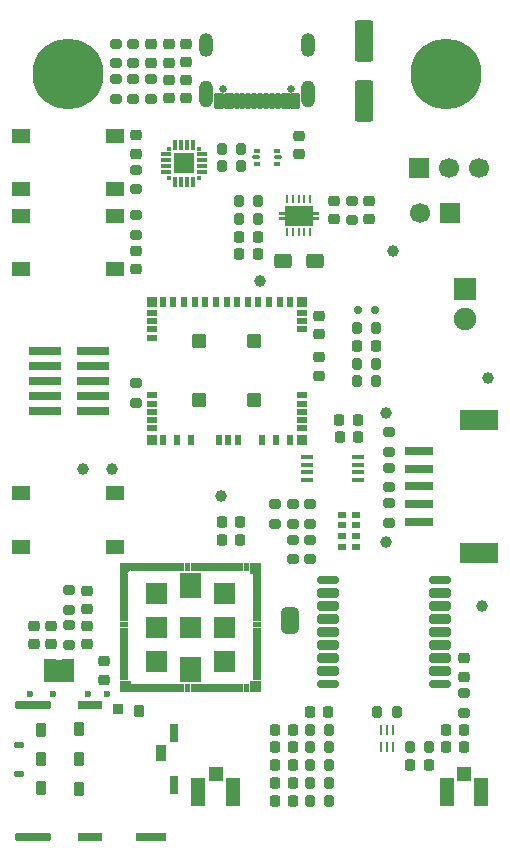
<source format=gts>
G04 #@! TF.GenerationSoftware,KiCad,Pcbnew,9.0.7*
G04 #@! TF.CreationDate,2026-02-19T12:47:42+01:00*
G04 #@! TF.ProjectId,FishIoT,46697368-496f-4542-9e6b-696361645f70,version 26.0*
G04 #@! TF.SameCoordinates,Original*
G04 #@! TF.FileFunction,Soldermask,Top*
G04 #@! TF.FilePolarity,Negative*
%FSLAX46Y46*%
G04 Gerber Fmt 4.6, Leading zero omitted, Abs format (unit mm)*
G04 Created by KiCad (PCBNEW 9.0.7) date 2026-02-19 12:47:42*
%MOMM*%
%LPD*%
G01*
G04 APERTURE LIST*
G04 Aperture macros list*
%AMRoundRect*
0 Rectangle with rounded corners*
0 $1 Rounding radius*
0 $2 $3 $4 $5 $6 $7 $8 $9 X,Y pos of 4 corners*
0 Add a 4 corners polygon primitive as box body*
4,1,4,$2,$3,$4,$5,$6,$7,$8,$9,$2,$3,0*
0 Add four circle primitives for the rounded corners*
1,1,$1+$1,$2,$3*
1,1,$1+$1,$4,$5*
1,1,$1+$1,$6,$7*
1,1,$1+$1,$8,$9*
0 Add four rect primitives between the rounded corners*
20,1,$1+$1,$2,$3,$4,$5,0*
20,1,$1+$1,$4,$5,$6,$7,0*
20,1,$1+$1,$6,$7,$8,$9,0*
20,1,$1+$1,$8,$9,$2,$3,0*%
%AMFreePoly0*
4,1,21,-0.125000,1.200000,0.125000,1.200000,0.125000,1.700000,0.375000,1.700000,0.375000,1.200000,0.825000,1.200000,0.825000,-1.200000,0.375000,-1.200000,0.375000,-1.700000,0.125000,-1.700000,0.125000,-1.200000,-0.125000,-1.200000,-0.125000,-1.700000,-0.375000,-1.700000,-0.375000,-1.200000,-0.825000,-1.200000,-0.825000,1.200000,-0.375000,1.200000,-0.375000,1.700000,-0.125000,1.700000,
-0.125000,1.200000,-0.125000,1.200000,$1*%
%AMFreePoly1*
4,1,23,0.500000,-0.750000,0.000000,-0.750000,0.000000,-0.745722,-0.065263,-0.745722,-0.191342,-0.711940,-0.304381,-0.646677,-0.396677,-0.554381,-0.461940,-0.441342,-0.495722,-0.315263,-0.495722,-0.250000,-0.500000,-0.250000,-0.500000,0.250000,-0.495722,0.250000,-0.495722,0.315263,-0.461940,0.441342,-0.396677,0.554381,-0.304381,0.646677,-0.191342,0.711940,-0.065263,0.745722,0.000000,0.745722,
0.000000,0.750000,0.500000,0.750000,0.500000,-0.750000,0.500000,-0.750000,$1*%
%AMFreePoly2*
4,1,23,0.000000,0.745722,0.065263,0.745722,0.191342,0.711940,0.304381,0.646677,0.396677,0.554381,0.461940,0.441342,0.495722,0.315263,0.495722,0.250000,0.500000,0.250000,0.500000,-0.250000,0.495722,-0.250000,0.495722,-0.315263,0.461940,-0.441342,0.396677,-0.554381,0.304381,-0.646677,0.191342,-0.711940,0.065263,-0.745722,0.000000,-0.745722,0.000000,-0.750000,-0.500000,-0.750000,
-0.500000,0.750000,0.000000,0.750000,0.000000,0.745722,0.000000,0.745722,$1*%
G04 Aperture macros list end*
%ADD10C,0.010000*%
%ADD11RoundRect,0.250000X0.550000X-1.500000X0.550000X1.500000X-0.550000X1.500000X-0.550000X-1.500000X0*%
%ADD12RoundRect,0.225000X-0.225000X-0.250000X0.225000X-0.250000X0.225000X0.250000X-0.225000X0.250000X0*%
%ADD13R,1.550000X1.300000*%
%ADD14RoundRect,0.218750X-0.218750X-0.256250X0.218750X-0.256250X0.218750X0.256250X-0.218750X0.256250X0*%
%ADD15RoundRect,0.225000X0.225000X0.250000X-0.225000X0.250000X-0.225000X-0.250000X0.225000X-0.250000X0*%
%ADD16R,0.254000X0.812800*%
%ADD17RoundRect,0.218750X0.218750X0.256250X-0.218750X0.256250X-0.218750X-0.256250X0.218750X-0.256250X0*%
%ADD18RoundRect,0.200000X0.275000X-0.200000X0.275000X0.200000X-0.275000X0.200000X-0.275000X-0.200000X0*%
%ADD19RoundRect,0.225000X0.250000X-0.225000X0.250000X0.225000X-0.250000X0.225000X-0.250000X-0.225000X0*%
%ADD20C,1.000000*%
%ADD21RoundRect,0.200000X-0.200000X-0.275000X0.200000X-0.275000X0.200000X0.275000X-0.200000X0.275000X0*%
%ADD22RoundRect,0.200000X-0.275000X0.200000X-0.275000X-0.200000X0.275000X-0.200000X0.275000X0.200000X0*%
%ADD23R,1.700000X1.700000*%
%ADD24C,1.700000*%
%ADD25RoundRect,0.225000X-0.250000X0.225000X-0.250000X-0.225000X0.250000X-0.225000X0.250000X0.225000X0*%
%ADD26R,0.300000X0.300000*%
%ADD27R,0.900000X0.300000*%
%ADD28R,0.300000X0.900000*%
%ADD29R,1.800000X1.800000*%
%ADD30RoundRect,0.150000X-0.150000X-0.200000X0.150000X-0.200000X0.150000X0.200000X-0.150000X0.200000X0*%
%ADD31RoundRect,0.200000X0.200000X0.275000X-0.200000X0.275000X-0.200000X-0.275000X0.200000X-0.275000X0*%
%ADD32RoundRect,0.250000X-0.500000X-0.350000X0.500000X-0.350000X0.500000X0.350000X-0.500000X0.350000X0*%
%ADD33RoundRect,0.102000X-0.350000X0.450000X-0.350000X-0.450000X0.350000X-0.450000X0.350000X0.450000X0*%
%ADD34RoundRect,0.102000X-0.350000X0.350000X-0.350000X-0.350000X0.350000X-0.350000X0.350000X0.350000X0*%
%ADD35RoundRect,0.102000X-0.325000X0.600000X-0.325000X-0.600000X0.325000X-0.600000X0.325000X0.600000X0*%
%ADD36RoundRect,0.102000X-1.450000X0.225000X-1.450000X-0.225000X1.450000X-0.225000X1.450000X0.225000X0*%
%ADD37RoundRect,0.102000X-0.950000X0.225000X-0.950000X-0.225000X0.950000X-0.225000X0.950000X0.225000X0*%
%ADD38RoundRect,0.102000X-0.350000X0.375000X-0.350000X-0.375000X0.350000X-0.375000X0.350000X0.375000X0*%
%ADD39RoundRect,0.102000X-0.250000X0.700000X-0.250000X-0.700000X0.250000X-0.700000X0.250000X0.700000X0*%
%ADD40RoundRect,0.102000X-1.200000X0.225000X-1.200000X-0.225000X1.200000X-0.225000X1.200000X0.225000X0*%
%ADD41RoundRect,0.102000X-0.300000X0.150000X-0.300000X-0.150000X0.300000X-0.150000X0.300000X0.150000X0*%
%ADD42RoundRect,0.093750X0.156250X0.093750X-0.156250X0.093750X-0.156250X-0.093750X0.156250X-0.093750X0*%
%ADD43RoundRect,0.075000X0.250000X0.075000X-0.250000X0.075000X-0.250000X-0.075000X0.250000X-0.075000X0*%
%ADD44R,2.795000X0.740000*%
%ADD45RoundRect,0.218750X0.256250X-0.218750X0.256250X0.218750X-0.256250X0.218750X-0.256250X-0.218750X0*%
%ADD46RoundRect,0.102000X0.500000X0.525000X-0.500000X0.525000X-0.500000X-0.525000X0.500000X-0.525000X0*%
%ADD47RoundRect,0.102000X0.525000X1.100000X-0.525000X1.100000X-0.525000X-1.100000X0.525000X-1.100000X0*%
%ADD48R,0.800000X0.500000*%
%ADD49RoundRect,0.050800X0.200000X-0.400000X0.200000X0.400000X-0.200000X0.400000X-0.200000X-0.400000X0*%
%ADD50RoundRect,0.050800X0.400000X0.200000X-0.400000X0.200000X-0.400000X-0.200000X0.400000X-0.200000X0*%
%ADD51RoundRect,0.050800X-0.200000X0.400000X-0.200000X-0.400000X0.200000X-0.400000X0.200000X0.400000X0*%
%ADD52RoundRect,0.050800X-0.400000X-0.200000X0.400000X-0.200000X0.400000X0.200000X-0.400000X0.200000X0*%
%ADD53RoundRect,0.050800X0.400000X-0.400000X0.400000X0.400000X-0.400000X0.400000X-0.400000X-0.400000X0*%
%ADD54RoundRect,0.050800X0.400000X0.400000X-0.400000X0.400000X-0.400000X-0.400000X0.400000X-0.400000X0*%
%ADD55RoundRect,0.050800X0.500000X0.500000X-0.500000X0.500000X-0.500000X-0.500000X0.500000X-0.500000X0*%
%ADD56RoundRect,0.050800X-0.500000X-0.500000X0.500000X-0.500000X0.500000X0.500000X-0.500000X0.500000X0*%
%ADD57RoundRect,0.060000X0.060000X-0.240000X0.060000X0.240000X-0.060000X0.240000X-0.060000X-0.240000X0*%
%ADD58FreePoly0,90.000000*%
%ADD59RoundRect,0.218750X-0.256250X0.218750X-0.256250X-0.218750X0.256250X-0.218750X0.256250X0.218750X0*%
%ADD60RoundRect,0.175000X-0.725000X-0.175000X0.725000X-0.175000X0.725000X0.175000X-0.725000X0.175000X0*%
%ADD61RoundRect,0.200000X-0.700000X-0.200000X0.700000X-0.200000X0.700000X0.200000X-0.700000X0.200000X0*%
%ADD62C,0.800000*%
%ADD63C,6.000000*%
%ADD64FreePoly1,270.000000*%
%ADD65FreePoly2,270.000000*%
%ADD66C,0.650000*%
%ADD67RoundRect,0.102000X0.300000X0.575000X-0.300000X0.575000X-0.300000X-0.575000X0.300000X-0.575000X0*%
%ADD68RoundRect,0.102000X0.150000X0.575000X-0.150000X0.575000X-0.150000X-0.575000X0.150000X-0.575000X0*%
%ADD69O,1.204000X2.304000*%
%ADD70O,1.204000X2.004000*%
%ADD71RoundRect,0.076200X0.877500X-0.877500X0.877500X0.877500X-0.877500X0.877500X-0.877500X-0.877500X0*%
%ADD72C,1.907400*%
%ADD73RoundRect,0.014220X-0.472780X-0.222780X0.472780X-0.222780X0.472780X0.222780X-0.472780X0.222780X0*%
%ADD74RoundRect,0.102000X-0.200000X-0.850000X0.200000X-0.850000X0.200000X0.850000X-0.200000X0.850000X0*%
%ADD75R,2.400000X0.800000*%
%ADD76R,3.300000X1.800000*%
%ADD77R,1.100000X0.400000*%
%ADD78C,0.600000*%
G04 APERTURE END LIST*
G36*
X117000000Y-80100000D02*
G01*
X115500000Y-80100000D01*
X115500000Y-80400000D01*
X117000000Y-80400000D01*
X117000000Y-80100000D01*
G37*
D10*
X102450000Y-76750000D02*
X101900000Y-76750000D01*
X101900000Y-76350000D01*
X102450000Y-76350000D01*
X102450000Y-76750000D01*
G36*
X102450000Y-76750000D02*
G01*
X101900000Y-76750000D01*
X101900000Y-76350000D01*
X102450000Y-76350000D01*
X102450000Y-76750000D01*
G37*
X102450000Y-77250000D02*
X101900000Y-77250000D01*
X101900000Y-76850000D01*
X102450000Y-76850000D01*
X102450000Y-77250000D01*
G36*
X102450000Y-77250000D02*
G01*
X101900000Y-77250000D01*
X101900000Y-76850000D01*
X102450000Y-76850000D01*
X102450000Y-77250000D01*
G37*
X102450000Y-77750000D02*
X101900000Y-77750000D01*
X101900000Y-77350000D01*
X102450000Y-77350000D01*
X102450000Y-77750000D01*
G36*
X102450000Y-77750000D02*
G01*
X101900000Y-77750000D01*
X101900000Y-77350000D01*
X102450000Y-77350000D01*
X102450000Y-77750000D01*
G37*
X102450000Y-78250000D02*
X101900000Y-78250000D01*
X101900000Y-77850000D01*
X102450000Y-77850000D01*
X102450000Y-78250000D01*
G36*
X102450000Y-78250000D02*
G01*
X101900000Y-78250000D01*
X101900000Y-77850000D01*
X102450000Y-77850000D01*
X102450000Y-78250000D01*
G37*
X102450000Y-78750000D02*
X101900000Y-78750000D01*
X101900000Y-78350000D01*
X102450000Y-78350000D01*
X102450000Y-78750000D01*
G36*
X102450000Y-78750000D02*
G01*
X101900000Y-78750000D01*
X101900000Y-78350000D01*
X102450000Y-78350000D01*
X102450000Y-78750000D01*
G37*
X102450000Y-79250000D02*
X101900000Y-79250000D01*
X101900000Y-78850000D01*
X102450000Y-78850000D01*
X102450000Y-79250000D01*
G36*
X102450000Y-79250000D02*
G01*
X101900000Y-79250000D01*
X101900000Y-78850000D01*
X102450000Y-78850000D01*
X102450000Y-79250000D01*
G37*
X102450000Y-79750000D02*
X101900000Y-79750000D01*
X101900000Y-79350000D01*
X102450000Y-79350000D01*
X102450000Y-79750000D01*
G36*
X102450000Y-79750000D02*
G01*
X101900000Y-79750000D01*
X101900000Y-79350000D01*
X102450000Y-79350000D01*
X102450000Y-79750000D01*
G37*
X102450000Y-80250000D02*
X101900000Y-80250000D01*
X101900000Y-79850000D01*
X102450000Y-79850000D01*
X102450000Y-80250000D01*
G36*
X102450000Y-80250000D02*
G01*
X101900000Y-80250000D01*
X101900000Y-79850000D01*
X102450000Y-79850000D01*
X102450000Y-80250000D01*
G37*
X102450000Y-80750000D02*
X101900000Y-80750000D01*
X101900000Y-80350000D01*
X102450000Y-80350000D01*
X102450000Y-80750000D01*
G36*
X102450000Y-80750000D02*
G01*
X101900000Y-80750000D01*
X101900000Y-80350000D01*
X102450000Y-80350000D01*
X102450000Y-80750000D01*
G37*
X102450000Y-81250000D02*
X101900000Y-81250000D01*
X101900000Y-80850000D01*
X102450000Y-80850000D01*
X102450000Y-81250000D01*
G36*
X102450000Y-81250000D02*
G01*
X101900000Y-81250000D01*
X101900000Y-80850000D01*
X102450000Y-80850000D01*
X102450000Y-81250000D01*
G37*
X102450000Y-81750000D02*
X101900000Y-81750000D01*
X101900000Y-81350000D01*
X102450000Y-81350000D01*
X102450000Y-81750000D01*
G36*
X102450000Y-81750000D02*
G01*
X101900000Y-81750000D01*
X101900000Y-81350000D01*
X102450000Y-81350000D01*
X102450000Y-81750000D01*
G37*
X102450000Y-82250000D02*
X101900000Y-82250000D01*
X101900000Y-81850000D01*
X102450000Y-81850000D01*
X102450000Y-82250000D01*
G36*
X102450000Y-82250000D02*
G01*
X101900000Y-82250000D01*
X101900000Y-81850000D01*
X102450000Y-81850000D01*
X102450000Y-82250000D01*
G37*
X102450000Y-82750000D02*
X101900000Y-82750000D01*
X101900000Y-82350000D01*
X102450000Y-82350000D01*
X102450000Y-82750000D01*
G36*
X102450000Y-82750000D02*
G01*
X101900000Y-82750000D01*
X101900000Y-82350000D01*
X102450000Y-82350000D01*
X102450000Y-82750000D01*
G37*
X102450000Y-83250000D02*
X101900000Y-83250000D01*
X101900000Y-82850000D01*
X102450000Y-82850000D01*
X102450000Y-83250000D01*
G36*
X102450000Y-83250000D02*
G01*
X101900000Y-83250000D01*
X101900000Y-82850000D01*
X102450000Y-82850000D01*
X102450000Y-83250000D01*
G37*
X102450000Y-83750000D02*
X101900000Y-83750000D01*
X101900000Y-83350000D01*
X102450000Y-83350000D01*
X102450000Y-83750000D01*
G36*
X102450000Y-83750000D02*
G01*
X101900000Y-83750000D01*
X101900000Y-83350000D01*
X102450000Y-83350000D01*
X102450000Y-83750000D01*
G37*
X102450000Y-84250000D02*
X101900000Y-84250000D01*
X101900000Y-83850000D01*
X102450000Y-83850000D01*
X102450000Y-84250000D01*
G36*
X102450000Y-84250000D02*
G01*
X101900000Y-84250000D01*
X101900000Y-83850000D01*
X102450000Y-83850000D01*
X102450000Y-84250000D01*
G37*
X102450000Y-84750000D02*
X101900000Y-84750000D01*
X101900000Y-84350000D01*
X102450000Y-84350000D01*
X102450000Y-84750000D01*
G36*
X102450000Y-84750000D02*
G01*
X101900000Y-84750000D01*
X101900000Y-84350000D01*
X102450000Y-84350000D01*
X102450000Y-84750000D01*
G37*
X102450000Y-85250000D02*
X101900000Y-85250000D01*
X101900000Y-84850000D01*
X102450000Y-84850000D01*
X102450000Y-85250000D01*
G36*
X102450000Y-85250000D02*
G01*
X101900000Y-85250000D01*
X101900000Y-84850000D01*
X102450000Y-84850000D01*
X102450000Y-85250000D01*
G37*
X102700000Y-86200000D02*
X101900000Y-86200000D01*
X101900000Y-85400000D01*
X102700000Y-85400000D01*
X102700000Y-86200000D01*
G36*
X102700000Y-86200000D02*
G01*
X101900000Y-86200000D01*
X101900000Y-85400000D01*
X102700000Y-85400000D01*
X102700000Y-86200000D01*
G37*
X103250000Y-75950000D02*
X102850000Y-75950000D01*
X102850000Y-75400000D01*
X103250000Y-75400000D01*
X103250000Y-75950000D01*
G36*
X103250000Y-75950000D02*
G01*
X102850000Y-75950000D01*
X102850000Y-75400000D01*
X103250000Y-75400000D01*
X103250000Y-75950000D01*
G37*
X103250000Y-86200000D02*
X102850000Y-86200000D01*
X102850000Y-85650000D01*
X103250000Y-85650000D01*
X103250000Y-86200000D01*
G36*
X103250000Y-86200000D02*
G01*
X102850000Y-86200000D01*
X102850000Y-85650000D01*
X103250000Y-85650000D01*
X103250000Y-86200000D01*
G37*
X103750000Y-75950000D02*
X103350000Y-75950000D01*
X103350000Y-75400000D01*
X103750000Y-75400000D01*
X103750000Y-75950000D01*
G36*
X103750000Y-75950000D02*
G01*
X103350000Y-75950000D01*
X103350000Y-75400000D01*
X103750000Y-75400000D01*
X103750000Y-75950000D01*
G37*
X103750000Y-86200000D02*
X103350000Y-86200000D01*
X103350000Y-85650000D01*
X103750000Y-85650000D01*
X103750000Y-86200000D01*
G36*
X103750000Y-86200000D02*
G01*
X103350000Y-86200000D01*
X103350000Y-85650000D01*
X103750000Y-85650000D01*
X103750000Y-86200000D01*
G37*
X104250000Y-75950000D02*
X103850000Y-75950000D01*
X103850000Y-75400000D01*
X104250000Y-75400000D01*
X104250000Y-75950000D01*
G36*
X104250000Y-75950000D02*
G01*
X103850000Y-75950000D01*
X103850000Y-75400000D01*
X104250000Y-75400000D01*
X104250000Y-75950000D01*
G37*
X104250000Y-86200000D02*
X103850000Y-86200000D01*
X103850000Y-85650000D01*
X104250000Y-85650000D01*
X104250000Y-86200000D01*
G36*
X104250000Y-86200000D02*
G01*
X103850000Y-86200000D01*
X103850000Y-85650000D01*
X104250000Y-85650000D01*
X104250000Y-86200000D01*
G37*
X105800000Y-78800000D02*
X104100000Y-78800000D01*
X104100000Y-77100000D01*
X105800000Y-77100000D01*
X105800000Y-78800000D01*
G36*
X105800000Y-78800000D02*
G01*
X104100000Y-78800000D01*
X104100000Y-77100000D01*
X105800000Y-77100000D01*
X105800000Y-78800000D01*
G37*
X105800000Y-81650000D02*
X104100000Y-81650000D01*
X104100000Y-79950000D01*
X105800000Y-79950000D01*
X105800000Y-81650000D01*
G36*
X105800000Y-81650000D02*
G01*
X104100000Y-81650000D01*
X104100000Y-79950000D01*
X105800000Y-79950000D01*
X105800000Y-81650000D01*
G37*
X105800000Y-84500000D02*
X104100000Y-84500000D01*
X104100000Y-82800000D01*
X105800000Y-82800000D01*
X105800000Y-84500000D01*
G36*
X105800000Y-84500000D02*
G01*
X104100000Y-84500000D01*
X104100000Y-82800000D01*
X105800000Y-82800000D01*
X105800000Y-84500000D01*
G37*
X104750000Y-75950000D02*
X104350000Y-75950000D01*
X104350000Y-75400000D01*
X104750000Y-75400000D01*
X104750000Y-75950000D01*
G36*
X104750000Y-75950000D02*
G01*
X104350000Y-75950000D01*
X104350000Y-75400000D01*
X104750000Y-75400000D01*
X104750000Y-75950000D01*
G37*
X104750000Y-86200000D02*
X104350000Y-86200000D01*
X104350000Y-85650000D01*
X104750000Y-85650000D01*
X104750000Y-86200000D01*
G36*
X104750000Y-86200000D02*
G01*
X104350000Y-86200000D01*
X104350000Y-85650000D01*
X104750000Y-85650000D01*
X104750000Y-86200000D01*
G37*
X105250000Y-75950000D02*
X104850000Y-75950000D01*
X104850000Y-75400000D01*
X105250000Y-75400000D01*
X105250000Y-75950000D01*
G36*
X105250000Y-75950000D02*
G01*
X104850000Y-75950000D01*
X104850000Y-75400000D01*
X105250000Y-75400000D01*
X105250000Y-75950000D01*
G37*
X105250000Y-86200000D02*
X104850000Y-86200000D01*
X104850000Y-85650000D01*
X105250000Y-85650000D01*
X105250000Y-86200000D01*
G36*
X105250000Y-86200000D02*
G01*
X104850000Y-86200000D01*
X104850000Y-85650000D01*
X105250000Y-85650000D01*
X105250000Y-86200000D01*
G37*
X105750000Y-75950000D02*
X105350000Y-75950000D01*
X105350000Y-75400000D01*
X105750000Y-75400000D01*
X105750000Y-75950000D01*
G36*
X105750000Y-75950000D02*
G01*
X105350000Y-75950000D01*
X105350000Y-75400000D01*
X105750000Y-75400000D01*
X105750000Y-75950000D01*
G37*
X105750000Y-86200000D02*
X105350000Y-86200000D01*
X105350000Y-85650000D01*
X105750000Y-85650000D01*
X105750000Y-86200000D01*
G36*
X105750000Y-86200000D02*
G01*
X105350000Y-86200000D01*
X105350000Y-85650000D01*
X105750000Y-85650000D01*
X105750000Y-86200000D01*
G37*
X106250000Y-75950000D02*
X105850000Y-75950000D01*
X105850000Y-75400000D01*
X106250000Y-75400000D01*
X106250000Y-75950000D01*
G36*
X106250000Y-75950000D02*
G01*
X105850000Y-75950000D01*
X105850000Y-75400000D01*
X106250000Y-75400000D01*
X106250000Y-75950000D01*
G37*
X106250000Y-86200000D02*
X105850000Y-86200000D01*
X105850000Y-85650000D01*
X106250000Y-85650000D01*
X106250000Y-86200000D01*
G36*
X106250000Y-86200000D02*
G01*
X105850000Y-86200000D01*
X105850000Y-85650000D01*
X106250000Y-85650000D01*
X106250000Y-86200000D01*
G37*
X106750000Y-75950000D02*
X106350000Y-75950000D01*
X106350000Y-75400000D01*
X106750000Y-75400000D01*
X106750000Y-75950000D01*
G36*
X106750000Y-75950000D02*
G01*
X106350000Y-75950000D01*
X106350000Y-75400000D01*
X106750000Y-75400000D01*
X106750000Y-75950000D01*
G37*
X106750000Y-86200000D02*
X106350000Y-86200000D01*
X106350000Y-85650000D01*
X106750000Y-85650000D01*
X106750000Y-86200000D01*
G36*
X106750000Y-86200000D02*
G01*
X106350000Y-86200000D01*
X106350000Y-85650000D01*
X106750000Y-85650000D01*
X106750000Y-86200000D01*
G37*
X107250000Y-75950000D02*
X106850000Y-75950000D01*
X106850000Y-75400000D01*
X107250000Y-75400000D01*
X107250000Y-75950000D01*
G36*
X107250000Y-75950000D02*
G01*
X106850000Y-75950000D01*
X106850000Y-75400000D01*
X107250000Y-75400000D01*
X107250000Y-75950000D01*
G37*
X107250000Y-86200000D02*
X106850000Y-86200000D01*
X106850000Y-85650000D01*
X107250000Y-85650000D01*
X107250000Y-86200000D01*
G36*
X107250000Y-86200000D02*
G01*
X106850000Y-86200000D01*
X106850000Y-85650000D01*
X107250000Y-85650000D01*
X107250000Y-86200000D01*
G37*
X108650000Y-78250000D02*
X106950000Y-78250000D01*
X106950000Y-76200000D01*
X108650000Y-76200000D01*
X108650000Y-78250000D01*
G36*
X108650000Y-78250000D02*
G01*
X106950000Y-78250000D01*
X106950000Y-76200000D01*
X108650000Y-76200000D01*
X108650000Y-78250000D01*
G37*
X108650000Y-81650000D02*
X106950000Y-81650000D01*
X106950000Y-79950000D01*
X108650000Y-79950000D01*
X108650000Y-81650000D01*
G36*
X108650000Y-81650000D02*
G01*
X106950000Y-81650000D01*
X106950000Y-79950000D01*
X108650000Y-79950000D01*
X108650000Y-81650000D01*
G37*
X108650000Y-85400000D02*
X106950000Y-85400000D01*
X106950000Y-83350000D01*
X108650000Y-83350000D01*
X108650000Y-85400000D01*
G36*
X108650000Y-85400000D02*
G01*
X106950000Y-85400000D01*
X106950000Y-83350000D01*
X108650000Y-83350000D01*
X108650000Y-85400000D01*
G37*
X107750000Y-75950000D02*
X107350000Y-75950000D01*
X107350000Y-75400000D01*
X107750000Y-75400000D01*
X107750000Y-75950000D01*
G36*
X107750000Y-75950000D02*
G01*
X107350000Y-75950000D01*
X107350000Y-75400000D01*
X107750000Y-75400000D01*
X107750000Y-75950000D01*
G37*
X107750000Y-86200000D02*
X107350000Y-86200000D01*
X107350000Y-85650000D01*
X107750000Y-85650000D01*
X107750000Y-86200000D01*
G36*
X107750000Y-86200000D02*
G01*
X107350000Y-86200000D01*
X107350000Y-85650000D01*
X107750000Y-85650000D01*
X107750000Y-86200000D01*
G37*
X108250000Y-75950000D02*
X107850000Y-75950000D01*
X107850000Y-75400000D01*
X108250000Y-75400000D01*
X108250000Y-75950000D01*
G36*
X108250000Y-75950000D02*
G01*
X107850000Y-75950000D01*
X107850000Y-75400000D01*
X108250000Y-75400000D01*
X108250000Y-75950000D01*
G37*
X108250000Y-86200000D02*
X107850000Y-86200000D01*
X107850000Y-85650000D01*
X108250000Y-85650000D01*
X108250000Y-86200000D01*
G36*
X108250000Y-86200000D02*
G01*
X107850000Y-86200000D01*
X107850000Y-85650000D01*
X108250000Y-85650000D01*
X108250000Y-86200000D01*
G37*
X108750000Y-75950000D02*
X108350000Y-75950000D01*
X108350000Y-75400000D01*
X108750000Y-75400000D01*
X108750000Y-75950000D01*
G36*
X108750000Y-75950000D02*
G01*
X108350000Y-75950000D01*
X108350000Y-75400000D01*
X108750000Y-75400000D01*
X108750000Y-75950000D01*
G37*
X108750000Y-86200000D02*
X108350000Y-86200000D01*
X108350000Y-85650000D01*
X108750000Y-85650000D01*
X108750000Y-86200000D01*
G36*
X108750000Y-86200000D02*
G01*
X108350000Y-86200000D01*
X108350000Y-85650000D01*
X108750000Y-85650000D01*
X108750000Y-86200000D01*
G37*
X109250000Y-75950000D02*
X108850000Y-75950000D01*
X108850000Y-75400000D01*
X109250000Y-75400000D01*
X109250000Y-75950000D01*
G36*
X109250000Y-75950000D02*
G01*
X108850000Y-75950000D01*
X108850000Y-75400000D01*
X109250000Y-75400000D01*
X109250000Y-75950000D01*
G37*
X109250000Y-86200000D02*
X108850000Y-86200000D01*
X108850000Y-85650000D01*
X109250000Y-85650000D01*
X109250000Y-86200000D01*
G36*
X109250000Y-86200000D02*
G01*
X108850000Y-86200000D01*
X108850000Y-85650000D01*
X109250000Y-85650000D01*
X109250000Y-86200000D01*
G37*
X109750000Y-75950000D02*
X109350000Y-75950000D01*
X109350000Y-75400000D01*
X109750000Y-75400000D01*
X109750000Y-75950000D01*
G36*
X109750000Y-75950000D02*
G01*
X109350000Y-75950000D01*
X109350000Y-75400000D01*
X109750000Y-75400000D01*
X109750000Y-75950000D01*
G37*
X109750000Y-86200000D02*
X109350000Y-86200000D01*
X109350000Y-85650000D01*
X109750000Y-85650000D01*
X109750000Y-86200000D01*
G36*
X109750000Y-86200000D02*
G01*
X109350000Y-86200000D01*
X109350000Y-85650000D01*
X109750000Y-85650000D01*
X109750000Y-86200000D01*
G37*
X111500000Y-78800000D02*
X109800000Y-78800000D01*
X109800000Y-77100000D01*
X111500000Y-77100000D01*
X111500000Y-78800000D01*
G36*
X111500000Y-78800000D02*
G01*
X109800000Y-78800000D01*
X109800000Y-77100000D01*
X111500000Y-77100000D01*
X111500000Y-78800000D01*
G37*
X111500000Y-81650000D02*
X109800000Y-81650000D01*
X109800000Y-79950000D01*
X111500000Y-79950000D01*
X111500000Y-81650000D01*
G36*
X111500000Y-81650000D02*
G01*
X109800000Y-81650000D01*
X109800000Y-79950000D01*
X111500000Y-79950000D01*
X111500000Y-81650000D01*
G37*
X111500000Y-84500000D02*
X109800000Y-84500000D01*
X109800000Y-82800000D01*
X111500000Y-82800000D01*
X111500000Y-84500000D01*
G36*
X111500000Y-84500000D02*
G01*
X109800000Y-84500000D01*
X109800000Y-82800000D01*
X111500000Y-82800000D01*
X111500000Y-84500000D01*
G37*
X110250000Y-75950000D02*
X109850000Y-75950000D01*
X109850000Y-75400000D01*
X110250000Y-75400000D01*
X110250000Y-75950000D01*
G36*
X110250000Y-75950000D02*
G01*
X109850000Y-75950000D01*
X109850000Y-75400000D01*
X110250000Y-75400000D01*
X110250000Y-75950000D01*
G37*
X110250000Y-86200000D02*
X109850000Y-86200000D01*
X109850000Y-85650000D01*
X110250000Y-85650000D01*
X110250000Y-86200000D01*
G36*
X110250000Y-86200000D02*
G01*
X109850000Y-86200000D01*
X109850000Y-85650000D01*
X110250000Y-85650000D01*
X110250000Y-86200000D01*
G37*
X110750000Y-75950000D02*
X110350000Y-75950000D01*
X110350000Y-75400000D01*
X110750000Y-75400000D01*
X110750000Y-75950000D01*
G36*
X110750000Y-75950000D02*
G01*
X110350000Y-75950000D01*
X110350000Y-75400000D01*
X110750000Y-75400000D01*
X110750000Y-75950000D01*
G37*
X110750000Y-86200000D02*
X110350000Y-86200000D01*
X110350000Y-85650000D01*
X110750000Y-85650000D01*
X110750000Y-86200000D01*
G36*
X110750000Y-86200000D02*
G01*
X110350000Y-86200000D01*
X110350000Y-85650000D01*
X110750000Y-85650000D01*
X110750000Y-86200000D01*
G37*
X111250000Y-75950000D02*
X110850000Y-75950000D01*
X110850000Y-75400000D01*
X111250000Y-75400000D01*
X111250000Y-75950000D01*
G36*
X111250000Y-75950000D02*
G01*
X110850000Y-75950000D01*
X110850000Y-75400000D01*
X111250000Y-75400000D01*
X111250000Y-75950000D01*
G37*
X111250000Y-86200000D02*
X110850000Y-86200000D01*
X110850000Y-85650000D01*
X111250000Y-85650000D01*
X111250000Y-86200000D01*
G36*
X111250000Y-86200000D02*
G01*
X110850000Y-86200000D01*
X110850000Y-85650000D01*
X111250000Y-85650000D01*
X111250000Y-86200000D01*
G37*
X111750000Y-75950000D02*
X111350000Y-75950000D01*
X111350000Y-75400000D01*
X111750000Y-75400000D01*
X111750000Y-75950000D01*
G36*
X111750000Y-75950000D02*
G01*
X111350000Y-75950000D01*
X111350000Y-75400000D01*
X111750000Y-75400000D01*
X111750000Y-75950000D01*
G37*
X111750000Y-86200000D02*
X111350000Y-86200000D01*
X111350000Y-85650000D01*
X111750000Y-85650000D01*
X111750000Y-86200000D01*
G36*
X111750000Y-86200000D02*
G01*
X111350000Y-86200000D01*
X111350000Y-85650000D01*
X111750000Y-85650000D01*
X111750000Y-86200000D01*
G37*
X112250000Y-75950000D02*
X111850000Y-75950000D01*
X111850000Y-75400000D01*
X112250000Y-75400000D01*
X112250000Y-75950000D01*
G36*
X112250000Y-75950000D02*
G01*
X111850000Y-75950000D01*
X111850000Y-75400000D01*
X112250000Y-75400000D01*
X112250000Y-75950000D01*
G37*
X112250000Y-86200000D02*
X111850000Y-86200000D01*
X111850000Y-85650000D01*
X112250000Y-85650000D01*
X112250000Y-86200000D01*
G36*
X112250000Y-86200000D02*
G01*
X111850000Y-86200000D01*
X111850000Y-85650000D01*
X112250000Y-85650000D01*
X112250000Y-86200000D01*
G37*
X112750000Y-75950000D02*
X112350000Y-75950000D01*
X112350000Y-75400000D01*
X112750000Y-75400000D01*
X112750000Y-75950000D01*
G36*
X112750000Y-75950000D02*
G01*
X112350000Y-75950000D01*
X112350000Y-75400000D01*
X112750000Y-75400000D01*
X112750000Y-75950000D01*
G37*
X112750000Y-86200000D02*
X112350000Y-86200000D01*
X112350000Y-85650000D01*
X112750000Y-85650000D01*
X112750000Y-86200000D01*
G36*
X112750000Y-86200000D02*
G01*
X112350000Y-86200000D01*
X112350000Y-85650000D01*
X112750000Y-85650000D01*
X112750000Y-86200000D01*
G37*
X113700000Y-76200000D02*
X112900000Y-76200000D01*
X112900000Y-75400000D01*
X113700000Y-75400000D01*
X113700000Y-76200000D01*
G36*
X113700000Y-76200000D02*
G01*
X112900000Y-76200000D01*
X112900000Y-75400000D01*
X113700000Y-75400000D01*
X113700000Y-76200000D01*
G37*
X113700000Y-86200000D02*
X112900000Y-86200000D01*
X112900000Y-85400000D01*
X113700000Y-85400000D01*
X113700000Y-86200000D01*
G36*
X113700000Y-86200000D02*
G01*
X112900000Y-86200000D01*
X112900000Y-85400000D01*
X113700000Y-85400000D01*
X113700000Y-86200000D01*
G37*
X113700000Y-76750000D02*
X113150000Y-76750000D01*
X113150000Y-76350000D01*
X113700000Y-76350000D01*
X113700000Y-76750000D01*
G36*
X113700000Y-76750000D02*
G01*
X113150000Y-76750000D01*
X113150000Y-76350000D01*
X113700000Y-76350000D01*
X113700000Y-76750000D01*
G37*
X113700000Y-77250000D02*
X113150000Y-77250000D01*
X113150000Y-76850000D01*
X113700000Y-76850000D01*
X113700000Y-77250000D01*
G36*
X113700000Y-77250000D02*
G01*
X113150000Y-77250000D01*
X113150000Y-76850000D01*
X113700000Y-76850000D01*
X113700000Y-77250000D01*
G37*
X113700000Y-77750000D02*
X113150000Y-77750000D01*
X113150000Y-77350000D01*
X113700000Y-77350000D01*
X113700000Y-77750000D01*
G36*
X113700000Y-77750000D02*
G01*
X113150000Y-77750000D01*
X113150000Y-77350000D01*
X113700000Y-77350000D01*
X113700000Y-77750000D01*
G37*
X113700000Y-78250000D02*
X113150000Y-78250000D01*
X113150000Y-77850000D01*
X113700000Y-77850000D01*
X113700000Y-78250000D01*
G36*
X113700000Y-78250000D02*
G01*
X113150000Y-78250000D01*
X113150000Y-77850000D01*
X113700000Y-77850000D01*
X113700000Y-78250000D01*
G37*
X113700000Y-78750000D02*
X113150000Y-78750000D01*
X113150000Y-78350000D01*
X113700000Y-78350000D01*
X113700000Y-78750000D01*
G36*
X113700000Y-78750000D02*
G01*
X113150000Y-78750000D01*
X113150000Y-78350000D01*
X113700000Y-78350000D01*
X113700000Y-78750000D01*
G37*
X113700000Y-79250000D02*
X113150000Y-79250000D01*
X113150000Y-78850000D01*
X113700000Y-78850000D01*
X113700000Y-79250000D01*
G36*
X113700000Y-79250000D02*
G01*
X113150000Y-79250000D01*
X113150000Y-78850000D01*
X113700000Y-78850000D01*
X113700000Y-79250000D01*
G37*
X113700000Y-79750000D02*
X113150000Y-79750000D01*
X113150000Y-79350000D01*
X113700000Y-79350000D01*
X113700000Y-79750000D01*
G36*
X113700000Y-79750000D02*
G01*
X113150000Y-79750000D01*
X113150000Y-79350000D01*
X113700000Y-79350000D01*
X113700000Y-79750000D01*
G37*
X113700000Y-80250000D02*
X113150000Y-80250000D01*
X113150000Y-79850000D01*
X113700000Y-79850000D01*
X113700000Y-80250000D01*
G36*
X113700000Y-80250000D02*
G01*
X113150000Y-80250000D01*
X113150000Y-79850000D01*
X113700000Y-79850000D01*
X113700000Y-80250000D01*
G37*
X113700000Y-80750000D02*
X113150000Y-80750000D01*
X113150000Y-80350000D01*
X113700000Y-80350000D01*
X113700000Y-80750000D01*
G36*
X113700000Y-80750000D02*
G01*
X113150000Y-80750000D01*
X113150000Y-80350000D01*
X113700000Y-80350000D01*
X113700000Y-80750000D01*
G37*
X113700000Y-81250000D02*
X113150000Y-81250000D01*
X113150000Y-80850000D01*
X113700000Y-80850000D01*
X113700000Y-81250000D01*
G36*
X113700000Y-81250000D02*
G01*
X113150000Y-81250000D01*
X113150000Y-80850000D01*
X113700000Y-80850000D01*
X113700000Y-81250000D01*
G37*
X113700000Y-81750000D02*
X113150000Y-81750000D01*
X113150000Y-81350000D01*
X113700000Y-81350000D01*
X113700000Y-81750000D01*
G36*
X113700000Y-81750000D02*
G01*
X113150000Y-81750000D01*
X113150000Y-81350000D01*
X113700000Y-81350000D01*
X113700000Y-81750000D01*
G37*
X113700000Y-82250000D02*
X113150000Y-82250000D01*
X113150000Y-81850000D01*
X113700000Y-81850000D01*
X113700000Y-82250000D01*
G36*
X113700000Y-82250000D02*
G01*
X113150000Y-82250000D01*
X113150000Y-81850000D01*
X113700000Y-81850000D01*
X113700000Y-82250000D01*
G37*
X113700000Y-82750000D02*
X113150000Y-82750000D01*
X113150000Y-82350000D01*
X113700000Y-82350000D01*
X113700000Y-82750000D01*
G36*
X113700000Y-82750000D02*
G01*
X113150000Y-82750000D01*
X113150000Y-82350000D01*
X113700000Y-82350000D01*
X113700000Y-82750000D01*
G37*
X113700000Y-83250000D02*
X113150000Y-83250000D01*
X113150000Y-82850000D01*
X113700000Y-82850000D01*
X113700000Y-83250000D01*
G36*
X113700000Y-83250000D02*
G01*
X113150000Y-83250000D01*
X113150000Y-82850000D01*
X113700000Y-82850000D01*
X113700000Y-83250000D01*
G37*
X113700000Y-83750000D02*
X113150000Y-83750000D01*
X113150000Y-83350000D01*
X113700000Y-83350000D01*
X113700000Y-83750000D01*
G36*
X113700000Y-83750000D02*
G01*
X113150000Y-83750000D01*
X113150000Y-83350000D01*
X113700000Y-83350000D01*
X113700000Y-83750000D01*
G37*
X113700000Y-84250000D02*
X113150000Y-84250000D01*
X113150000Y-83850000D01*
X113700000Y-83850000D01*
X113700000Y-84250000D01*
G36*
X113700000Y-84250000D02*
G01*
X113150000Y-84250000D01*
X113150000Y-83850000D01*
X113700000Y-83850000D01*
X113700000Y-84250000D01*
G37*
X113700000Y-84750000D02*
X113150000Y-84750000D01*
X113150000Y-84350000D01*
X113700000Y-84350000D01*
X113700000Y-84750000D01*
G36*
X113700000Y-84750000D02*
G01*
X113150000Y-84750000D01*
X113150000Y-84350000D01*
X113700000Y-84350000D01*
X113700000Y-84750000D01*
G37*
X113700000Y-85250000D02*
X113150000Y-85250000D01*
X113150000Y-84850000D01*
X113700000Y-84850000D01*
X113700000Y-85250000D01*
G36*
X113700000Y-85250000D02*
G01*
X113150000Y-85250000D01*
X113150000Y-84850000D01*
X113700000Y-84850000D01*
X113700000Y-85250000D01*
G37*
X102700000Y-75922000D02*
X102422000Y-76200000D01*
X101900000Y-76200000D01*
X101900000Y-75400000D01*
X102700000Y-75400000D01*
X102700000Y-75922000D01*
G36*
X102700000Y-75922000D02*
G01*
X102422000Y-76200000D01*
X101900000Y-76200000D01*
X101900000Y-75400000D01*
X102700000Y-75400000D01*
X102700000Y-75922000D01*
G37*
D11*
X122500000Y-31200000D03*
X122500000Y-36300000D03*
D12*
X110525000Y-73400000D03*
X112075000Y-73400000D03*
D13*
X101475000Y-46000000D03*
X93525000Y-50500000D03*
X101475000Y-50500000D03*
X93525000Y-46000000D03*
D14*
X114962500Y-92500000D03*
X116537500Y-92500000D03*
D15*
X113525000Y-47750000D03*
X111975000Y-47750000D03*
D16*
X123999748Y-91000000D03*
X124499874Y-91000000D03*
X125000000Y-91000000D03*
X125000000Y-89501400D03*
X124499874Y-89501400D03*
X123999748Y-89501400D03*
D17*
X131037500Y-91000000D03*
X129462500Y-91000000D03*
D18*
X103250000Y-47575000D03*
X103250000Y-45925000D03*
D19*
X99075000Y-82275000D03*
X99075000Y-80725000D03*
D18*
X101500000Y-33075000D03*
X101500000Y-31425000D03*
D20*
X98756154Y-67415373D03*
X113750000Y-51500000D03*
D21*
X123675000Y-88000000D03*
X125325000Y-88000000D03*
D18*
X118000000Y-72075000D03*
X118000000Y-70425000D03*
D22*
X116500000Y-73425000D03*
X116500000Y-75075000D03*
D23*
X127210000Y-41984505D03*
D24*
X129750000Y-41984505D03*
X132290000Y-41984505D03*
D20*
X110450000Y-69750000D03*
D18*
X97575000Y-82325000D03*
X97575000Y-80675000D03*
D25*
X103250000Y-48975000D03*
X103250000Y-50525000D03*
D26*
X108550000Y-42800000D03*
D27*
X108850000Y-42300000D03*
X108850000Y-41800000D03*
X108850000Y-41300000D03*
X108850000Y-40800000D03*
D26*
X108550000Y-40300000D03*
D28*
X108050000Y-40000000D03*
X107550000Y-40000000D03*
X107050000Y-40000000D03*
X106550000Y-40000000D03*
D26*
X106050000Y-40300000D03*
D27*
X105750000Y-40800000D03*
X105750000Y-41300000D03*
X105750000Y-41800000D03*
X105750000Y-42300000D03*
D26*
X106050000Y-42800000D03*
D28*
X106550000Y-43100000D03*
X107050000Y-43100000D03*
X107550000Y-43100000D03*
X108050000Y-43100000D03*
D29*
X107300000Y-41550000D03*
D21*
X117925000Y-92500000D03*
X119575000Y-92500000D03*
D22*
X101500000Y-34425000D03*
X101500000Y-36075000D03*
D30*
X123450000Y-54000000D03*
X122050000Y-54000000D03*
D14*
X114962500Y-94000000D03*
X116537500Y-94000000D03*
D19*
X106000000Y-33025000D03*
X106000000Y-31475000D03*
D22*
X118000000Y-73425000D03*
X118000000Y-75075000D03*
D31*
X112125000Y-40300000D03*
X110475000Y-40300000D03*
D32*
X115650000Y-49850000D03*
X118350000Y-49850000D03*
D19*
X99075000Y-79275000D03*
X99075000Y-77725000D03*
D25*
X100500000Y-83725000D03*
X100500000Y-85275000D03*
D18*
X124650000Y-65975000D03*
X124650000Y-64325000D03*
D33*
X95200000Y-94440000D03*
X95200000Y-92000000D03*
X95200000Y-89560000D03*
X98370000Y-94540000D03*
X98370000Y-92000000D03*
X98370000Y-89460000D03*
D34*
X101700000Y-87730000D03*
D35*
X105375000Y-91450000D03*
D36*
X94500000Y-87405000D03*
D37*
X99350000Y-87405000D03*
D38*
X103500000Y-87905000D03*
D39*
X106450000Y-89800000D03*
X106450000Y-94200000D03*
D40*
X104500000Y-98555000D03*
D37*
X99350000Y-98555000D03*
D36*
X94500000Y-98555000D03*
D41*
X93350000Y-93220000D03*
X93350000Y-90780000D03*
D23*
X129790000Y-45734505D03*
D24*
X127250000Y-45734505D03*
D20*
X132500000Y-79000000D03*
D42*
X115150000Y-41587500D03*
D43*
X115225000Y-41050000D03*
D42*
X115150000Y-40512500D03*
X113450000Y-40512500D03*
D43*
X113375000Y-41050000D03*
D42*
X113450000Y-41587500D03*
D44*
X99565000Y-62500000D03*
X95500000Y-62500000D03*
X99565000Y-61230000D03*
X95500000Y-61230000D03*
X99565000Y-59960000D03*
X95500000Y-59960000D03*
X99565000Y-58690000D03*
X95500000Y-58690000D03*
X99565000Y-57420000D03*
X95500000Y-57420000D03*
D19*
X103250000Y-40725000D03*
X103250000Y-39175000D03*
D21*
X117925000Y-91000000D03*
X119575000Y-91000000D03*
D19*
X94575000Y-82275000D03*
X94575000Y-80725000D03*
X107500000Y-33000000D03*
X107500000Y-31450000D03*
X120000000Y-46300000D03*
X120000000Y-44750000D03*
D45*
X117000000Y-40787500D03*
X117000000Y-39212500D03*
D20*
X124400000Y-62650000D03*
D19*
X118750000Y-59525000D03*
X118750000Y-57975000D03*
D46*
X110000000Y-93225000D03*
D47*
X111475000Y-94750000D03*
X108525000Y-94750000D03*
D14*
X114962500Y-89500000D03*
X116537500Y-89500000D03*
D48*
X120650000Y-71300000D03*
X120650000Y-72200000D03*
X120650000Y-73100000D03*
X120650000Y-74000000D03*
X121850000Y-74000000D03*
X121850000Y-73100000D03*
X121850000Y-72200000D03*
X121850000Y-71300000D03*
D31*
X113575000Y-46250000D03*
X111925000Y-46250000D03*
D49*
X116300000Y-53250000D03*
X115400000Y-53250000D03*
X114500000Y-53250000D03*
X113600000Y-53250000D03*
X112700000Y-53250000D03*
X111800000Y-53250000D03*
X110900000Y-53250000D03*
X110000000Y-53250000D03*
X109100000Y-53250000D03*
X108200000Y-53250000D03*
X107300000Y-53250000D03*
X106399990Y-53250000D03*
X105499990Y-53250000D03*
D50*
X104550000Y-54200000D03*
X104550000Y-54900000D03*
X104550000Y-55600000D03*
X104550000Y-56300000D03*
X104550000Y-61200000D03*
X104550000Y-61900000D03*
X104550000Y-62600000D03*
X104550000Y-63300000D03*
X104550000Y-64000000D03*
D49*
X105500000Y-64950000D03*
X106700000Y-64950000D03*
X107900000Y-64950000D03*
X110250110Y-64950000D03*
X111050280Y-64950000D03*
X111850110Y-64950000D03*
D51*
X113900000Y-64950000D03*
X115100000Y-64950000D03*
X116300000Y-64950000D03*
D52*
X117250010Y-64000000D03*
X117250010Y-63300000D03*
X117250010Y-62600000D03*
X117250010Y-61900000D03*
X117250010Y-61200000D03*
D50*
X117249890Y-55599910D03*
X117249890Y-54899910D03*
X117249890Y-54199920D03*
D53*
X117250010Y-53250000D03*
D54*
X104550000Y-53250000D03*
X104550000Y-64950000D03*
X117250010Y-64950000D03*
D55*
X113200000Y-61600000D03*
X113200000Y-56600000D03*
D56*
X108600000Y-61600000D03*
X108600000Y-56600000D03*
D22*
X131000000Y-86425000D03*
X131000000Y-88075000D03*
D57*
X116000000Y-47400000D03*
X116500000Y-47400000D03*
X117000000Y-47400000D03*
X117500000Y-47400000D03*
X118000000Y-47400000D03*
X118000000Y-44600000D03*
X117500000Y-44600000D03*
X117000000Y-44600000D03*
X116500000Y-44600000D03*
X116000000Y-44600000D03*
D58*
X117000000Y-46000000D03*
D20*
X133000000Y-59750000D03*
D59*
X96075000Y-80712500D03*
X96075000Y-82287500D03*
D22*
X103000000Y-31425000D03*
X103000000Y-33075000D03*
D25*
X106000000Y-34475000D03*
X106000000Y-36025000D03*
D22*
X104500000Y-34425000D03*
X104500000Y-36075000D03*
D20*
X125000000Y-49000000D03*
X124400000Y-73650000D03*
D46*
X131000000Y-93225000D03*
D47*
X132475000Y-94750000D03*
X129525000Y-94750000D03*
D60*
X119500000Y-76850000D03*
D61*
X119500000Y-77950000D03*
X119500000Y-79050000D03*
X119500000Y-80150000D03*
X119500000Y-81250000D03*
X119500000Y-82350000D03*
X119500000Y-83450000D03*
X119500000Y-84550000D03*
D60*
X119500000Y-85650000D03*
X129000000Y-85650000D03*
D61*
X129000000Y-84550000D03*
X129000000Y-83450000D03*
X129000000Y-82350000D03*
X129000000Y-81250000D03*
X129000000Y-80150000D03*
X129000000Y-79050000D03*
X129000000Y-77950000D03*
D60*
X129000000Y-76850000D03*
D13*
X93525000Y-74000000D03*
X101475000Y-69500000D03*
X93525000Y-69500000D03*
X101475000Y-74000000D03*
D25*
X118750000Y-54475000D03*
X118750000Y-56025000D03*
D62*
X95250000Y-34000000D03*
X95909010Y-32409010D03*
X95909010Y-35590990D03*
X97500000Y-31750000D03*
D63*
X97500000Y-34000000D03*
D62*
X97500000Y-36250000D03*
X99090990Y-32409010D03*
X99090990Y-35590990D03*
X99750000Y-34000000D03*
D64*
X116250000Y-79600000D03*
D65*
X116250000Y-80900000D03*
D66*
X116390000Y-35215990D03*
X110610000Y-35215990D03*
D67*
X116700000Y-36290990D03*
X115900000Y-36290990D03*
D68*
X114750000Y-36290990D03*
X113750000Y-36290990D03*
X113250000Y-36290990D03*
X112250000Y-36290990D03*
D67*
X110300000Y-36290990D03*
X111100000Y-36290990D03*
D68*
X111750000Y-36290990D03*
X112750000Y-36290990D03*
X114250000Y-36290990D03*
X115250000Y-36290990D03*
D69*
X117820000Y-35715990D03*
X109180000Y-35715990D03*
D70*
X117820000Y-31535990D03*
X109180000Y-31535990D03*
D71*
X131100990Y-52204505D03*
D72*
X131100990Y-54744505D03*
D73*
X95940000Y-83750000D03*
X95940000Y-84250000D03*
X95940000Y-84750000D03*
X95940000Y-85250000D03*
X97500000Y-85250000D03*
X97500000Y-84750000D03*
X97500000Y-84250000D03*
X97500000Y-83750000D03*
D74*
X96720000Y-84500000D03*
D15*
X122000000Y-63250000D03*
X120450000Y-63250000D03*
D18*
X103000000Y-36075000D03*
X103000000Y-34425000D03*
D31*
X119575000Y-95500000D03*
X117925000Y-95500000D03*
D21*
X111925000Y-44750000D03*
X113575000Y-44750000D03*
D15*
X131025000Y-89500000D03*
X129475000Y-89500000D03*
D21*
X117925000Y-94000000D03*
X119575000Y-94000000D03*
D25*
X107500000Y-34500000D03*
X107500000Y-36050000D03*
D31*
X112125000Y-41800000D03*
X110475000Y-41800000D03*
D12*
X117975000Y-88000000D03*
X119525000Y-88000000D03*
D18*
X124650000Y-71975000D03*
X124650000Y-70325000D03*
D14*
X114962500Y-91000000D03*
X116537500Y-91000000D03*
D15*
X123525000Y-57000000D03*
X121975000Y-57000000D03*
D21*
X117925000Y-89500000D03*
X119575000Y-89500000D03*
D18*
X124650000Y-68975000D03*
X124650000Y-67325000D03*
X115000000Y-72075000D03*
X115000000Y-70425000D03*
X116500000Y-72075000D03*
X116500000Y-70425000D03*
D22*
X103250000Y-42100000D03*
X103250000Y-43750000D03*
D75*
X127200000Y-65900000D03*
X127200000Y-67400000D03*
X127200000Y-68900000D03*
X127200000Y-70400000D03*
X127200000Y-71900000D03*
D76*
X132250000Y-63300000D03*
X132250000Y-74500000D03*
D59*
X131000000Y-83462500D03*
X131000000Y-85037500D03*
D20*
X101184157Y-67440665D03*
D62*
X127250000Y-34000000D03*
X127909010Y-32409010D03*
X127909010Y-35590990D03*
X129500000Y-31750000D03*
D63*
X129500000Y-34000000D03*
D62*
X129500000Y-36250000D03*
X131090990Y-32409010D03*
X131090990Y-35590990D03*
X131750000Y-34000000D03*
D18*
X121500000Y-46350000D03*
X121500000Y-44700000D03*
D21*
X121925000Y-55500000D03*
X123575000Y-55500000D03*
D31*
X128075000Y-91000000D03*
X126425000Y-91000000D03*
D77*
X117750000Y-66425000D03*
X117750000Y-67075000D03*
X117750000Y-67725000D03*
X117750000Y-68375000D03*
X122050000Y-68375000D03*
X122050000Y-67725000D03*
X122050000Y-67075000D03*
X122050000Y-66425000D03*
D18*
X103250000Y-61825000D03*
X103250000Y-60175000D03*
X97575000Y-79325000D03*
X97575000Y-77675000D03*
D21*
X121925000Y-60000000D03*
X123575000Y-60000000D03*
D12*
X110525000Y-71900000D03*
X112075000Y-71900000D03*
X120475000Y-64750000D03*
X122025000Y-64750000D03*
D25*
X123000000Y-44750000D03*
X123000000Y-46300000D03*
D31*
X123575000Y-58500000D03*
X121925000Y-58500000D03*
D15*
X128025000Y-92500000D03*
X126475000Y-92500000D03*
D14*
X114962500Y-95500000D03*
X116537500Y-95500000D03*
D19*
X104500000Y-33025000D03*
X104500000Y-31475000D03*
D13*
X101475000Y-43750000D03*
X101475000Y-39250000D03*
X93525000Y-39250000D03*
X93525000Y-43750000D03*
D15*
X113525000Y-49250000D03*
X111975000Y-49250000D03*
D78*
X100750000Y-86500000D03*
X96250000Y-86500000D03*
X94250000Y-86500000D03*
X99210000Y-86500000D03*
M02*

</source>
